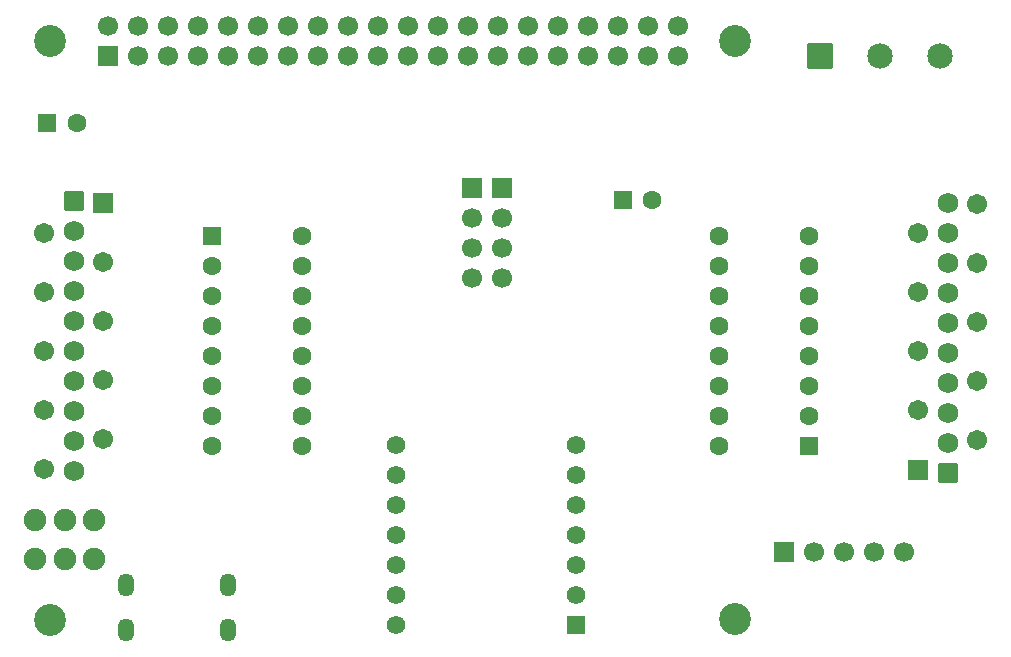
<source format=gbr>
%TF.GenerationSoftware,KiCad,Pcbnew,9.0.6*%
%TF.CreationDate,2025-11-29T13:47:23-05:00*%
%TF.ProjectId,SPI_Hat,5350495f-4861-4742-9e6b-696361645f70,rev?*%
%TF.SameCoordinates,Original*%
%TF.FileFunction,Soldermask,Bot*%
%TF.FilePolarity,Negative*%
%FSLAX46Y46*%
G04 Gerber Fmt 4.6, Leading zero omitted, Abs format (unit mm)*
G04 Created by KiCad (PCBNEW 9.0.6) date 2025-11-29 13:47:23*
%MOMM*%
%LPD*%
G01*
G04 APERTURE LIST*
G04 Aperture macros list*
%AMRoundRect*
0 Rectangle with rounded corners*
0 $1 Rounding radius*
0 $2 $3 $4 $5 $6 $7 $8 $9 X,Y pos of 4 corners*
0 Add a 4 corners polygon primitive as box body*
4,1,4,$2,$3,$4,$5,$6,$7,$8,$9,$2,$3,0*
0 Add four circle primitives for the rounded corners*
1,1,$1+$1,$2,$3*
1,1,$1+$1,$4,$5*
1,1,$1+$1,$6,$7*
1,1,$1+$1,$8,$9*
0 Add four rect primitives between the rounded corners*
20,1,$1+$1,$2,$3,$4,$5,0*
20,1,$1+$1,$4,$5,$6,$7,0*
20,1,$1+$1,$6,$7,$8,$9,0*
20,1,$1+$1,$8,$9,$2,$3,0*%
G04 Aperture macros list end*
%ADD10R,1.700000X1.700000*%
%ADD11C,1.700000*%
%ADD12C,2.700000*%
%ADD13O,1.354000X1.954000*%
%ADD14RoundRect,0.102000X0.679000X0.679000X-0.679000X0.679000X-0.679000X-0.679000X0.679000X-0.679000X0*%
%ADD15C,1.562000*%
%ADD16RoundRect,0.250000X0.550000X0.550000X-0.550000X0.550000X-0.550000X-0.550000X0.550000X-0.550000X0*%
%ADD17C,1.600000*%
%ADD18RoundRect,0.102000X-0.754000X0.754000X-0.754000X-0.754000X0.754000X-0.754000X0.754000X0.754000X0*%
%ADD19C,1.712000*%
%ADD20RoundRect,0.250000X-0.550000X-0.550000X0.550000X-0.550000X0.550000X0.550000X-0.550000X0.550000X0*%
%ADD21RoundRect,0.250000X0.620000X-0.620000X0.620000X0.620000X-0.620000X0.620000X-0.620000X-0.620000X0*%
%ADD22C,1.740000*%
%ADD23C,1.900000*%
%ADD24RoundRect,0.102000X-0.975000X-0.975000X0.975000X-0.975000X0.975000X0.975000X-0.975000X0.975000X0*%
%ADD25C,2.154000*%
%ADD26RoundRect,0.102000X0.754000X-0.754000X0.754000X0.754000X-0.754000X0.754000X-0.754000X-0.754000X0*%
%ADD27RoundRect,0.250000X-0.620000X0.620000X-0.620000X-0.620000X0.620000X-0.620000X0.620000X0.620000X0*%
G04 APERTURE END LIST*
D10*
%TO.C,J1*%
X104370000Y-79770000D03*
D11*
X104370000Y-77230000D03*
X106910000Y-79770000D03*
X106910000Y-77230000D03*
X109450000Y-79770000D03*
X109450000Y-77230000D03*
X111990000Y-79770000D03*
X111990000Y-77230000D03*
X114530000Y-79770000D03*
X114530000Y-77230000D03*
X117070000Y-79770000D03*
X117070000Y-77230000D03*
X119610000Y-79770000D03*
X119610000Y-77230000D03*
X122150000Y-79770000D03*
X122150000Y-77230000D03*
X124690000Y-79770000D03*
X124690000Y-77230000D03*
X127230000Y-79770000D03*
X127230000Y-77230000D03*
X129770000Y-79770000D03*
X129770000Y-77230000D03*
X132310000Y-79770000D03*
X132310000Y-77230000D03*
X134850000Y-79770000D03*
X134850000Y-77230000D03*
X137390000Y-79770000D03*
X137390000Y-77230000D03*
X139930000Y-79770000D03*
X139930000Y-77230000D03*
X142470000Y-79770000D03*
X142470000Y-77230000D03*
X145010000Y-79770000D03*
X145010000Y-77230000D03*
X147550000Y-79770000D03*
X147550000Y-77230000D03*
X150090000Y-79770000D03*
X150090000Y-77230000D03*
X152630000Y-79770000D03*
X152630000Y-77230000D03*
%TD*%
D12*
%TO.C,H3*%
X157500000Y-127500000D03*
%TD*%
D13*
%TO.C,5v_in1*%
X105930000Y-124580000D03*
X114570000Y-124580000D03*
X105930000Y-128380000D03*
X114570000Y-128380000D03*
%TD*%
D14*
%TO.C,U3*%
X143990000Y-127953000D03*
D15*
X143990000Y-125413000D03*
X143990000Y-122873000D03*
X143990000Y-120333000D03*
X143990000Y-117793000D03*
X143990000Y-115253000D03*
X143990000Y-112713000D03*
X128750000Y-112713000D03*
X128750000Y-115253000D03*
X128750000Y-117793000D03*
X128750000Y-120333000D03*
X128750000Y-122873000D03*
X128750000Y-125413000D03*
X128750000Y-127953000D03*
%TD*%
D16*
%TO.C,U2*%
X163750000Y-112780000D03*
D17*
X163750000Y-110240000D03*
X163750000Y-107700000D03*
X163750000Y-105160000D03*
X163750000Y-102620000D03*
X163750000Y-100080000D03*
X163750000Y-97540000D03*
X163750000Y-95000000D03*
X156130000Y-95000000D03*
X156130000Y-97540000D03*
X156130000Y-100080000D03*
X156130000Y-102620000D03*
X156130000Y-105160000D03*
X156130000Y-107700000D03*
X156130000Y-110240000D03*
X156130000Y-112780000D03*
%TD*%
D12*
%TO.C,H4*%
X99474874Y-127525126D03*
%TD*%
D18*
%TO.C,J3*%
X173000000Y-114810000D03*
D19*
X178000000Y-112310000D03*
X173000000Y-109810000D03*
X178000000Y-107310000D03*
X173000000Y-104810000D03*
X178000000Y-102310000D03*
X173000000Y-99810000D03*
X178000000Y-97310000D03*
X173000000Y-94810000D03*
X178000000Y-92310000D03*
%TD*%
D20*
%TO.C,C4*%
X99250000Y-85500000D03*
D17*
X101750000Y-85500000D03*
%TD*%
D20*
%TO.C,U1*%
X113190000Y-95000000D03*
D17*
X113190000Y-97540000D03*
X113190000Y-100080000D03*
X113190000Y-102620000D03*
X113190000Y-105160000D03*
X113190000Y-107700000D03*
X113190000Y-110240000D03*
X113190000Y-112780000D03*
X120810000Y-112780000D03*
X120810000Y-110240000D03*
X120810000Y-107700000D03*
X120810000Y-105160000D03*
X120810000Y-102620000D03*
X120810000Y-100080000D03*
X120810000Y-97540000D03*
X120810000Y-95000000D03*
%TD*%
D10*
%TO.C,J7*%
X161630000Y-121750000D03*
D11*
X164170000Y-121750000D03*
X166710000Y-121750000D03*
X169250000Y-121750000D03*
X171790000Y-121750000D03*
%TD*%
D21*
%TO.C,J9*%
X175500000Y-115110000D03*
D22*
X175500000Y-112570000D03*
X175500000Y-110030000D03*
X175500000Y-107490000D03*
X175500000Y-104950000D03*
X175500000Y-102410000D03*
X175500000Y-99870000D03*
X175500000Y-97330000D03*
X175500000Y-94790000D03*
X175500000Y-92250000D03*
%TD*%
D20*
%TO.C,C3*%
X148000000Y-92000000D03*
D17*
X150500000Y-92000000D03*
%TD*%
D12*
%TO.C,H1*%
X99500000Y-78500000D03*
%TD*%
D23*
%TO.C,SW1*%
X98250000Y-122400000D03*
X100750000Y-122400000D03*
X103250000Y-122400000D03*
X98250000Y-119100000D03*
X100750000Y-119100000D03*
X103250000Y-119100000D03*
%TD*%
D24*
%TO.C,J6*%
X164682500Y-79775000D03*
D25*
X169762500Y-79775000D03*
X174842500Y-79775000D03*
%TD*%
D10*
%TO.C,J4*%
X137790000Y-90990000D03*
D11*
X137790000Y-93530000D03*
X137790000Y-96070000D03*
X137790000Y-98610000D03*
%TD*%
D12*
%TO.C,H2*%
X157500000Y-78500000D03*
%TD*%
D10*
%TO.C,J5*%
X135250000Y-91000000D03*
D11*
X135250000Y-93540000D03*
X135250000Y-96080000D03*
X135250000Y-98620000D03*
%TD*%
D26*
%TO.C,J2*%
X104000000Y-92250000D03*
D19*
X99000000Y-94750000D03*
X104000000Y-97250000D03*
X99000000Y-99750000D03*
X104000000Y-102250000D03*
X99000000Y-104750000D03*
X104000000Y-107250000D03*
X99000000Y-109750000D03*
X104000000Y-112250000D03*
X99000000Y-114750000D03*
%TD*%
D27*
%TO.C,J8*%
X101500000Y-92070000D03*
D22*
X101500000Y-94610000D03*
X101500000Y-97150000D03*
X101500000Y-99690000D03*
X101500000Y-102230000D03*
X101500000Y-104770000D03*
X101500000Y-107310000D03*
X101500000Y-109850000D03*
X101500000Y-112390000D03*
X101500000Y-114930000D03*
%TD*%
M02*

</source>
